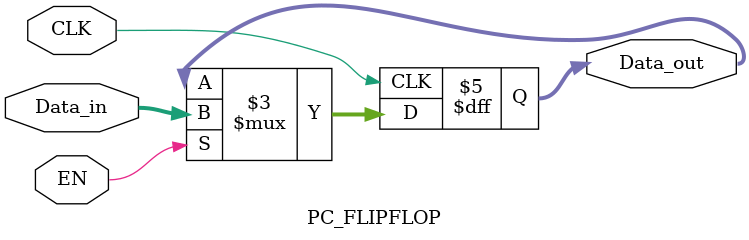
<source format=v>
`timescale 1ns / 1ps
module PC_FLIPFLOP(Data_in , Data_out , CLK , EN
    );
input[31:0]Data_in;
input CLK;
input EN;
output[31:0]Data_out;
reg[31:0]Data_out;

always@(posedge CLK) begin
	if(EN==1)
	 Data_out<=Data_in;
end

endmodule

</source>
